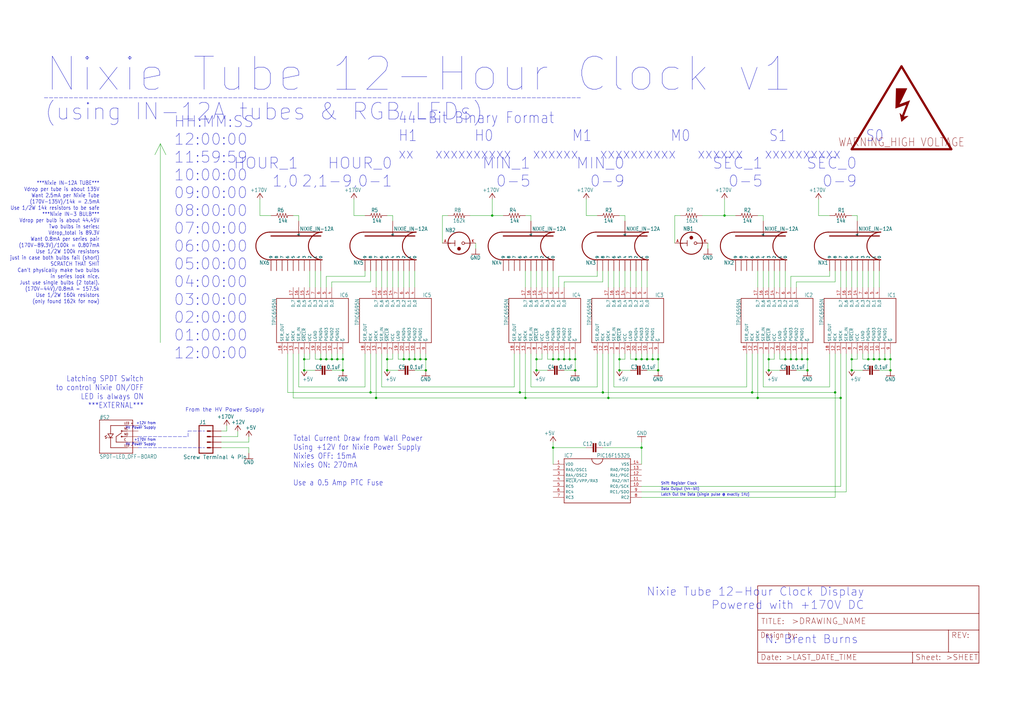
<source format=kicad_sch>
(kicad_sch (version 20211123) (generator eeschema)
  (paper "User" 470.306 325.882)
  (lib_symbols
    (symbol "Nixie_v1-eagle-import:+12V" (power)
      (property "Value" "+12V" (at 7.62 2.54 0))
      (symbol "+12V_1_0"
        (pin power_in line (at 0 -2.54 90) (length 2.54) (name "+12V") (number "1"))
      )
    )
    (symbol "Nixie_v1-eagle-import:+170V" (power)
      (property "Value" "+170V" (at 7.62 2.54 0))
      (symbol "+170V_1_0"
        (pin power_in line (at 0 -2.54 90) (length 2.54) (name "+170V") (number "1"))
      )
    )
    (symbol "Nixie_v1-eagle-import:+5V" (power)
      (property "Value" "+5V" (at 7.62 2.54 0))
      (symbol "+5V_1_0"
        (pin power_in line (at 0 -2.54 90) (length 2.54) (name "+5V") (number "1"))
      )
    )
    (symbol "Nixie_v1-eagle-import:C2.5{slash}2"
      (property "Reference" "C" (at 1.524 0.381 0))
      (property "Value" "C2.5{slash}2" (at 1.524 -4.699 0))
      (symbol "C2.5{slash}2_1_0"
        (pin passive line (at 0 2.54 270) (length 2.54) (name "1") (number "1"))
        (pin passive line (at 0 -5.08 90) (length 2.54) (name "2") (number "2"))
      )
    )
    (symbol "Nixie_v1-eagle-import:CONNECTOR_4PIN"
      (property "Reference" "J" (at -5.08 8.128 0))
      (property "Value" "CONNECTOR_4PIN" (at -5.08 -7.366 0))
      (symbol "CONNECTOR_4PIN_1_0"
        (pin passive line (at 5.08 -2.54 180) (length 5.08) (name "1") (number "1"))
        (pin passive line (at 5.08 0 180) (length 5.08) (name "2") (number "2"))
        (pin passive line (at 5.08 2.54 180) (length 5.08) (name "3") (number "3"))
        (pin passive line (at 5.08 5.08 180) (length 5.08) (name "4") (number "4"))
      )
    )
    (symbol "Nixie_v1-eagle-import:FRAME-LEDGER"
      (symbol "FRAME-LEDGER_2_0"
        (text ">DRAWING_NAME" (at 15.494 17.78 0) (effects (font (size 2.7432 2.7432)) (justify left bottom)))
        (text ">LAST_DATE_TIME" (at 12.7 1.27 0) (effects (font (size 2.54 2.54)) (justify left bottom)))
        (text ">SHEET" (at 86.36 1.27 0) (effects (font (size 2.54 2.54)) (justify left bottom)))
        (text "Date:" (at 1.27 1.27 0) (effects (font (size 2.54 2.54)) (justify left bottom)))
        (text "Design by:" (at 1.27 11.43 0) (effects (font (size 2.54 2.159)) (justify left bottom)))
        (text "REV:" (at 88.9 11.43 0) (effects (font (size 2.54 2.54)) (justify left bottom)))
        (text "Sheet:" (at 72.39 1.27 0) (effects (font (size 2.54 2.54)) (justify left bottom)))
        (text "TITLE:" (at 1.524 17.78 0) (effects (font (size 2.54 2.54)) (justify left bottom)))
      )
    )
    (symbol "Nixie_v1-eagle-import:GND" (power)
      (property "Value" "GND" (at -2.54 -2.54 0))
      (symbol "GND_1_0"
        (pin power_in line (at 0 2.54 270) (length 2.54) (name "GND") (number "1"))
      )
    )
    (symbol "Nixie_v1-eagle-import:IN-3"
      (property "Reference" "NB" (at 1.27 3.175 0))
      (symbol "IN-3_1_0"
        (pin bidirectional line (at -2.54 -2.54 0) (length 2.54) (name "A") (number "A"))
        (pin bidirectional line (at 12.7 -2.54 180) (length 2.54) (name "K") (number "K"))
      )
    )
    (symbol "Nixie_v1-eagle-import:NIXIE_IN-12ANO_HOLE"
      (property "Reference" "NX" (at 12.065 7.239 0))
      (property "Value" "NIXIE_IN-12ANO_HOLE" (at -14.732 5.588 0))
      (symbol "NIXIE_IN-12ANO_HOLE_1_0"
        (pin bidirectional line (at 10.16 -12.7 90) (length 5.08) (name "0") (number "0"))
        (pin bidirectional line (at 7.62 -12.7 90) (length 5.08) (name "1") (number "1"))
        (pin bidirectional line (at 5.08 -12.7 90) (length 5.08) (name "2") (number "2"))
        (pin bidirectional line (at 2.54 -12.7 90) (length 5.08) (name "3") (number "3"))
        (pin bidirectional line (at 0 -12.7 90) (length 5.08) (name "4") (number "4"))
        (pin bidirectional line (at -2.54 -12.7 90) (length 5.08) (name "5") (number "5"))
        (pin bidirectional line (at -5.08 -12.7 90) (length 5.08) (name "6") (number "6"))
        (pin bidirectional line (at -7.62 -12.7 90) (length 5.08) (name "7") (number "7"))
        (pin bidirectional line (at -10.16 -12.7 90) (length 5.08) (name "8") (number "8"))
        (pin bidirectional line (at -12.7 -12.7 90) (length 5.08) (name "9") (number "9"))
        (pin bidirectional line (at 0 10.16 270) (length 5.08) (name "A") (number "A"))
      )
    )
    (symbol "Nixie_v1-eagle-import:PIC16F15325"
      (property "Reference" "IC" (at -15.24 8.128 0))
      (property "Value" "PIC16F15325" (at 6.096 8.128 0))
      (symbol "PIC16F15325_1_0"
        (pin power_in line (at -20.32 5.08 0) (length 5.08) (name "VDD") (number "1"))
        (pin bidirectional line (at 20.32 -5.08 180) (length 5.08) (name "RC0/SCK") (number "10"))
        (pin bidirectional line (at 20.32 -2.54 180) (length 5.08) (name "RA2/INT") (number "11"))
        (pin bidirectional line (at 20.32 0 180) (length 5.08) (name "RA1/PGC") (number "12"))
        (pin bidirectional line (at 20.32 2.54 180) (length 5.08) (name "RA0/PGD") (number "13"))
        (pin power_in line (at 20.32 5.08 180) (length 5.08) (name "VSS") (number "14"))
        (pin bidirectional line (at -20.32 2.54 0) (length 5.08) (name "RA5/OSC1") (number "2"))
        (pin bidirectional line (at -20.32 0 0) (length 5.08) (name "RA4/OSC2") (number "3"))
        (pin bidirectional line (at -20.32 -2.54 0) (length 5.08) (name "~{MCLR}/VPP/RA3") (number "4"))
        (pin bidirectional line (at -20.32 -5.08 0) (length 5.08) (name "RC5") (number "5"))
        (pin bidirectional line (at -20.32 -7.62 0) (length 5.08) (name "RC4") (number "6"))
        (pin bidirectional line (at -20.32 -10.16 0) (length 5.08) (name "RC3") (number "7"))
        (pin bidirectional line (at 20.32 -10.16 180) (length 5.08) (name "RC2") (number "8"))
        (pin bidirectional line (at 20.32 -7.62 180) (length 5.08) (name "RC1/SDO") (number "9"))
      )
    )
    (symbol "Nixie_v1-eagle-import:R-US_0411{slash}12"
      (property "Reference" "R" (at -3.81 1.4986 0))
      (property "Value" "R-US_0411{slash}12" (at -3.81 -3.302 0))
      (symbol "R-US_0411{slash}12_1_0"
        (pin passive line (at -5.08 0 0) (length 2.54) (name "1") (number "1"))
        (pin passive line (at 5.08 0 180) (length 2.54) (name "2") (number "2"))
      )
    )
    (symbol "Nixie_v1-eagle-import:SHIFT_REG_TPIC6595N"
      (property "Reference" "IC" (at -10.16 -20.32 0))
      (property "Value" "SHIFT_REG_TPIC6595N" (at 2.54 -20.32 0))
      (symbol "SHIFT_REG_TPIC6595N_1_0"
        (pin power_in line (at -15.24 -12.7 0) (length 5.08) (name "PGND1") (number "1"))
        (pin power_in line (at -15.24 -10.16 0) (length 5.08) (name "PGND2") (number "10"))
        (pin power_in line (at -15.24 -7.62 0) (length 5.08) (name "PGND3") (number "11"))
        (pin bidirectional line (at -15.24 10.16 0) (length 5.08) (name "RCK") (number "12"))
        (pin bidirectional line (at -15.24 7.62 0) (length 5.08) (name "SRCK") (number "13"))
        (pin bidirectional line (at 15.24 0 180) (length 5.08) (name "D_4") (number "14"))
        (pin bidirectional line (at 15.24 2.54 180) (length 5.08) (name "D_5") (number "15"))
        (pin bidirectional line (at 15.24 5.08 180) (length 5.08) (name "D_6") (number "16"))
        (pin bidirectional line (at 15.24 7.62 180) (length 5.08) (name "D_7") (number "17"))
        (pin bidirectional line (at -15.24 12.7 0) (length 5.08) (name "SER_OUT") (number "18"))
        (pin power_in line (at -15.24 -2.54 0) (length 5.08) (name "LGND") (number "19"))
        (pin power_in line (at -15.24 0 0) (length 5.08) (name "VCC") (number "2"))
        (pin power_in line (at -15.24 -5.08 0) (length 5.08) (name "PGND4") (number "20"))
        (pin bidirectional line (at -15.24 5.08 0) (length 5.08) (name "SER_IN") (number "3"))
        (pin bidirectional line (at 15.24 -10.16 180) (length 5.08) (name "D_0") (number "4"))
        (pin bidirectional line (at 15.24 -7.62 180) (length 5.08) (name "D_1") (number "5"))
        (pin bidirectional line (at 15.24 -5.08 180) (length 5.08) (name "D_2") (number "6"))
        (pin bidirectional line (at 15.24 -2.54 180) (length 5.08) (name "D_3") (number "7"))
        (pin bidirectional line (at -15.24 2.54 0) (length 5.08) (name "~{SRCLR}") (number "8"))
        (pin bidirectional line (at -15.24 -15.24 0) (length 5.08) (name "~{G}") (number "9"))
      )
    )
    (symbol "Nixie_v1-eagle-import:SPDT-LED_OFF-BOARD"
      (property "Reference" "#SW" (at -7.62 10.414 0))
      (property "Value" "SPDT-LED_OFF-BOARD" (at -7.62 -7.62 0))
      (symbol "SPDT-LED_OFF-BOARD_1_0"
        (text "C" (at 3.556 0.508 0) (effects (font (size 1.016 0.8636)) (justify left bottom)))
        (text "LED +" (at 3.556 8.128 0) (effects (font (size 1.016 0.8636)) (justify left bottom)))
        (text "LED -" (at 3.556 -2.032 0) (effects (font (size 1.016 0.8636)) (justify left bottom)))
        (text "NC" (at 3.556 5.588 0) (effects (font (size 1.016 0.8636)) (justify left bottom)))
        (text "NO" (at 3.556 3.048 0) (effects (font (size 1.016 0.8636)) (justify left bottom)))
        (pin bidirectional line (at 10.16 7.62 180) (length 5.08) (name "LED+") (number "1"))
        (pin bidirectional line (at 10.16 5.08 180) (length 5.08) (name "NC") (number "2"))
        (pin bidirectional line (at 10.16 2.54 180) (length 5.08) (name "NO") (number "3"))
        (pin bidirectional line (at 10.16 0 180) (length 5.08) (name "C") (number "4"))
        (pin bidirectional line (at 10.16 -2.54 180) (length 5.08) (name "LED-") (number "5"))
      )
    )
    (symbol "Nixie_v1-eagle-import:SYMBOL_HIGH_VOLTAGE"
      (symbol "SYMBOL_HIGH_VOLTAGE_1_0"
        (text "WARNING_HIGH VOLTAGE" (at 0 -11.684 0) (effects (font (size 3.81 3.2385)) (justify bottom)))
      )
    )
  )
  (junction (at 276.86 180.34))
  (junction (at 386.08 182.88))
  (junction (at 157.48 165.1))
  (junction (at 170.18 180.34))
  (junction (at 241.3 182.88))
  (junction (at 345.44 180.34))
  (junction (at 363.22 165.1))
  (junction (at 190.5 165.1))
  (junction (at 292.1 165.1))
  (junction (at 294.64 205.74))
  (junction (at 284.48 170.18))
  (junction (at 185.42 165.1))
  (junction (at 172.72 182.88))
  (junction (at 398.78 165.1))
  (junction (at 193.04 165.1))
  (junction (at 152.4 165.1))
  (junction (at 195.58 170.18))
  (junction (at 226.06 99.06))
  (junction (at 370.84 170.18))
  (junction (at 264.16 170.18))
  (junction (at 147.32 165.1))
  (junction (at 264.16 165.1))
  (junction (at 279.4 182.88))
  (junction (at 294.64 165.1))
  (junction (at 302.26 165.1))
  (junction (at 365.76 165.1))
  (junction (at 408.94 170.18))
  (junction (at 347.98 182.88))
  (junction (at 368.3 165.1))
  (junction (at 157.48 170.18))
  (junction (at 370.84 165.1))
  (junction (at 297.18 165.1))
  (junction (at 187.96 165.1))
  (junction (at 353.06 170.18))
  (junction (at 139.7 170.18))
  (junction (at 353.06 165.1))
  (junction (at 391.16 165.1))
  (junction (at 149.86 165.1))
  (junction (at 195.58 165.1))
  (junction (at 238.76 180.34))
  (junction (at 403.86 165.1))
  (junction (at 139.7 165.1))
  (junction (at 256.54 165.1))
  (junction (at 261.62 165.1))
  (junction (at 401.32 165.1))
  (junction (at 332.74 99.06))
  (junction (at 246.38 165.1))
  (junction (at 154.94 165.1))
  (junction (at 254 165.1))
  (junction (at 246.38 170.18))
  (junction (at 302.26 170.18))
  (junction (at 360.68 165.1))
  (junction (at 408.94 165.1))
  (junction (at 177.8 165.1))
  (junction (at 259.08 165.1))
  (junction (at 299.72 165.1))
  (junction (at 406.4 165.1))
  (junction (at 284.48 165.1))
  (junction (at 383.54 180.34))
  (junction (at 391.16 170.18))
  (junction (at 177.8 170.18))
  (junction (at 254 205.74))
  (wire (pts (xy 101.6 200.66) (xy 109.22 200.66)))
  (wire (pts (xy 391.16 132.08) (xy 391.16 124.46)))
  (wire (pts (xy 137.16 101.6) (xy 137.16 99.06)))
  (wire (pts (xy 398.78 165.1) (xy 401.32 165.1)))
  (wire (pts (xy 398.78 124.46) (xy 398.78 132.08)))
  (polyline (pts (xy 63.5 203.2) (xy 66.04 203.2)))
  (wire (pts (xy 274.32 177.8) (xy 274.32 162.56)))
  (wire (pts (xy 175.26 132.08) (xy 175.26 124.46)))
  (wire (pts (xy 370.84 170.18) (xy 370.84 165.1)))
  (wire (pts (xy 403.86 132.08) (xy 403.86 124.46)))
  (wire (pts (xy 297.18 165.1) (xy 299.72 165.1)))
  (wire (pts (xy 299.72 165.1) (xy 302.26 165.1)))
  (wire (pts (xy 170.18 129.54) (xy 170.18 124.46)))
  (polyline (pts (xy 20.32 44.958) (xy 266.7 44.958)))
  (wire (pts (xy 167.64 127) (xy 149.86 127)))
  (wire (pts (xy 261.62 165.1) (xy 264.16 165.1)))
  (wire (pts (xy 236.22 177.8) (xy 236.22 162.56)))
  (wire (pts (xy 360.68 165.1) (xy 363.22 165.1)))
  (wire (pts (xy 147.32 162.56) (xy 147.32 165.1)))
  (wire (pts (xy 396.24 165.1) (xy 398.78 165.1)))
  (wire (pts (xy 279.4 124.46) (xy 279.4 132.08)))
  (wire (pts (xy 403.86 162.56) (xy 403.86 165.1)))
  (wire (pts (xy 167.64 177.8) (xy 167.64 162.56)))
  (wire (pts (xy 294.64 162.56) (xy 294.64 165.1)))
  (wire (pts (xy 279.4 182.88) (xy 241.3 182.88)))
  (wire (pts (xy 139.7 162.56) (xy 139.7 165.1)))
  (wire (pts (xy 172.72 162.56) (xy 172.72 182.88)))
  (wire (pts (xy 287.02 101.6) (xy 287.02 99.06)))
  (wire (pts (xy 284.48 124.46) (xy 284.48 132.08)))
  (wire (pts (xy 254 165.1) (xy 256.54 165.1)))
  (wire (pts (xy 177.8 162.56) (xy 177.8 165.1)))
  (wire (pts (xy 403.86 165.1) (xy 406.4 165.1)))
  (wire (pts (xy 238.76 180.34) (xy 276.86 180.34)))
  (wire (pts (xy 406.4 165.1) (xy 408.94 165.1)))
  (wire (pts (xy 251.46 170.18) (xy 246.38 170.18)))
  (wire (pts (xy 345.44 162.56) (xy 345.44 180.34)))
  (wire (pts (xy 259.08 132.08) (xy 259.08 129.54)))
  (wire (pts (xy 403.86 170.18) (xy 408.94 170.18)))
  (wire (pts (xy 294.64 228.6) (xy 383.54 228.6)))
  (wire (pts (xy 190.5 162.56) (xy 190.5 165.1)))
  (wire (pts (xy 363.22 165.1) (xy 365.76 165.1)))
  (wire (pts (xy 251.46 165.1) (xy 254 165.1)))
  (wire (pts (xy 264.16 170.18) (xy 264.16 165.1)))
  (wire (pts (xy 109.22 200.66) (xy 109.22 198.12)))
  (wire (pts (xy 368.3 165.1) (xy 368.3 162.56)))
  (wire (pts (xy 243.84 132.08) (xy 243.84 124.46)))
  (wire (pts (xy 205.74 99.06) (xy 203.2 99.06)))
  (wire (pts (xy 167.64 99.06) (xy 162.56 99.06)))
  (wire (pts (xy 274.32 124.46) (xy 274.32 127)))
  (wire (pts (xy 289.56 165.1) (xy 292.1 165.1)))
  (wire (pts (xy 180.34 132.08) (xy 180.34 124.46)))
  (wire (pts (xy 254 162.56) (xy 254 165.1)))
  (wire (pts (xy 139.7 165.1) (xy 142.24 165.1)))
  (wire (pts (xy 144.78 162.56) (xy 144.78 165.1)))
  (wire (pts (xy 347.98 132.08) (xy 347.98 124.46)))
  (wire (pts (xy 175.26 162.56) (xy 175.26 177.8)))
  (wire (pts (xy 358.14 170.18) (xy 353.06 170.18)))
  (wire (pts (xy 337.82 99.06) (xy 332.74 99.06)))
  (wire (pts (xy 137.16 99.06) (xy 134.62 99.06)))
  (wire (pts (xy 256.54 127) (xy 256.54 132.08)))
  (wire (pts (xy 203.2 99.06) (xy 203.2 111.76)))
  (wire (pts (xy 386.08 182.88) (xy 347.98 182.88)))
  (wire (pts (xy 381 177.8) (xy 381 162.56)))
  (wire (pts (xy 152.4 129.54) (xy 170.18 129.54)))
  (wire (pts (xy 292.1 162.56) (xy 292.1 165.1)))
  (wire (pts (xy 104.14 198.12) (xy 104.14 195.58)))
  (wire (pts (xy 353.06 132.08) (xy 353.06 124.46)))
  (wire (pts (xy 347.98 182.88) (xy 347.98 162.56)))
  (wire (pts (xy 284.48 162.56) (xy 284.48 165.1)))
  (wire (pts (xy 274.32 99.06) (xy 269.24 99.06)))
  (wire (pts (xy 190.5 165.1) (xy 193.04 165.1)))
  (wire (pts (xy 358.14 124.46) (xy 358.14 132.08)))
  (wire (pts (xy 256.54 165.1) (xy 259.08 165.1)))
  (wire (pts (xy 248.92 162.56) (xy 248.92 165.1)))
  (wire (pts (xy 388.62 124.46) (xy 388.62 132.08)))
  (wire (pts (xy 401.32 132.08) (xy 401.32 124.46)))
  (wire (pts (xy 350.52 177.8) (xy 381 177.8)))
  (wire (pts (xy 167.64 124.46) (xy 167.64 127)))
  (wire (pts (xy 365.76 170.18) (xy 370.84 170.18)))
  (wire (pts (xy 401.32 162.56) (xy 401.32 165.1)))
  (wire (pts (xy 294.64 165.1) (xy 297.18 165.1)))
  (wire (pts (xy 353.06 165.1) (xy 355.6 165.1)))
  (wire (pts (xy 144.78 165.1) (xy 147.32 165.1)))
  (wire (pts (xy 162.56 99.06) (xy 162.56 91.44)))
  (wire (pts (xy 254 205.74) (xy 269.24 205.74)))
  (wire (pts (xy 294.64 226.06) (xy 388.62 226.06)))
  (wire (pts (xy 281.94 162.56) (xy 281.94 177.8)))
  (wire (pts (xy 363.22 162.56) (xy 363.22 165.1)))
  (wire (pts (xy 259.08 165.1) (xy 261.62 165.1)))
  (wire (pts (xy 287.02 132.08) (xy 287.02 124.46)))
  (wire (pts (xy 276.86 180.34) (xy 345.44 180.34)))
  (wire (pts (xy 347.98 182.88) (xy 279.4 182.88)))
  (wire (pts (xy 393.7 162.56) (xy 393.7 165.1)))
  (wire (pts (xy 396.24 170.18) (xy 391.16 170.18)))
  (wire (pts (xy 281.94 132.08) (xy 281.94 124.46)))
  (wire (pts (xy 353.06 162.56) (xy 353.06 165.1)))
  (polyline (pts (xy 63.5 205.74) (xy 93.98 205.74)))
  (wire (pts (xy 279.4 162.56) (xy 279.4 182.88)))
  (wire (pts (xy 297.18 170.18) (xy 302.26 170.18)))
  (wire (pts (xy 294.64 213.36) (xy 294.64 205.74)))
  (wire (pts (xy 365.76 132.08) (xy 365.76 129.54)))
  (wire (pts (xy 261.62 162.56) (xy 261.62 165.1)))
  (wire (pts (xy 289.56 124.46) (xy 289.56 132.08)))
  (wire (pts (xy 396.24 132.08) (xy 396.24 124.46)))
  (wire (pts (xy 365.76 162.56) (xy 365.76 165.1)))
  (wire (pts (xy 182.88 124.46) (xy 182.88 132.08)))
  (wire (pts (xy 142.24 132.08) (xy 142.24 124.46)))
  (wire (pts (xy 350.52 101.6) (xy 350.52 99.06)))
  (wire (pts (xy 393.7 99.06) (xy 391.16 99.06)))
  (wire (pts (xy 73.66 66.04) (xy 71.12 71.12)))
  (wire (pts (xy 294.64 124.46) (xy 294.64 132.08)))
  (wire (pts (xy 350.52 99.06) (xy 347.98 99.06)))
  (wire (pts (xy 246.38 124.46) (xy 246.38 132.08)))
  (wire (pts (xy 177.8 165.1) (xy 180.34 165.1)))
  (wire (pts (xy 358.14 162.56) (xy 358.14 165.1)))
  (wire (pts (xy 180.34 99.06) (xy 177.8 99.06)))
  (wire (pts (xy 182.88 165.1) (xy 185.42 165.1)))
  (wire (pts (xy 246.38 162.56) (xy 246.38 165.1)))
  (wire (pts (xy 215.9 99.06) (xy 226.06 99.06)))
  (wire (pts (xy 363.22 132.08) (xy 363.22 127)))
  (wire (pts (xy 256.54 162.56) (xy 256.54 165.1)))
  (wire (pts (xy 358.14 165.1) (xy 360.68 165.1)))
  (wire (pts (xy 393.7 101.6) (xy 393.7 99.06)))
  (wire (pts (xy 391.16 170.18) (xy 391.16 165.1)))
  (wire (pts (xy 187.96 124.46) (xy 187.96 132.08)))
  (wire (pts (xy 114.3 203.2) (xy 114.3 200.66)))
  (wire (pts (xy 375.92 99.06) (xy 375.92 91.44)))
  (wire (pts (xy 157.48 170.18) (xy 157.48 165.1)))
  (wire (pts (xy 243.84 177.8) (xy 274.32 177.8)))
  (wire (pts (xy 238.76 162.56) (xy 238.76 180.34)))
  (wire (pts (xy 276.86 205.74) (xy 294.64 205.74)))
  (wire (pts (xy 383.54 180.34) (xy 383.54 162.56)))
  (wire (pts (xy 408.94 170.18) (xy 408.94 165.1)))
  (wire (pts (xy 180.34 101.6) (xy 180.34 99.06)))
  (wire (pts (xy 393.7 124.46) (xy 393.7 132.08)))
  (wire (pts (xy 185.42 132.08) (xy 185.42 124.46)))
  (wire (pts (xy 365.76 129.54) (xy 383.54 129.54)))
  (wire (pts (xy 246.38 165.1) (xy 248.92 165.1)))
  (wire (pts (xy 408.94 165.1) (xy 408.94 162.56)))
  (wire (pts (xy 144.78 124.46) (xy 144.78 132.08)))
  (wire (pts (xy 386.08 162.56) (xy 386.08 182.88)))
  (wire (pts (xy 299.72 162.56) (xy 299.72 165.1)))
  (wire (pts (xy 152.4 170.18) (xy 157.48 170.18)))
  (wire (pts (xy 322.58 99.06) (xy 332.74 99.06)))
  (wire (pts (xy 386.08 182.88) (xy 386.08 223.52)))
  (wire (pts (xy 185.42 165.1) (xy 187.96 165.1)))
  (wire (pts (xy 195.58 170.18) (xy 195.58 165.1)))
  (wire (pts (xy 289.56 170.18) (xy 284.48 170.18)))
  (wire (pts (xy 401.32 165.1) (xy 403.86 165.1)))
  (wire (pts (xy 259.08 129.54) (xy 276.86 129.54)))
  (wire (pts (xy 276.86 162.56) (xy 276.86 180.34)))
  (wire (pts (xy 292.1 132.08) (xy 292.1 124.46)))
  (wire (pts (xy 101.6 198.12) (xy 104.14 198.12)))
  (wire (pts (xy 241.3 162.56) (xy 241.3 182.88)))
  (wire (pts (xy 144.78 170.18) (xy 139.7 170.18)))
  (wire (pts (xy 355.6 132.08) (xy 355.6 124.46)))
  (wire (pts (xy 231.14 99.06) (xy 226.06 99.06)))
  (wire (pts (xy 284.48 165.1) (xy 287.02 165.1)))
  (wire (pts (xy 406.4 165.1) (xy 406.4 162.56)))
  (wire (pts (xy 368.3 165.1) (xy 370.84 165.1)))
  (wire (pts (xy 345.44 180.34) (xy 383.54 180.34)))
  (wire (pts (xy 281.94 177.8) (xy 342.9 177.8)))
  (wire (pts (xy 254 132.08) (xy 254 124.46)))
  (wire (pts (xy 134.62 182.88) (xy 134.62 162.56)))
  (wire (pts (xy 292.1 165.1) (xy 294.64 165.1)))
  (wire (pts (xy 73.66 157.48) (xy 73.66 66.04)))
  (wire (pts (xy 147.32 132.08) (xy 147.32 124.46)))
  (wire (pts (xy 284.48 165.1) (xy 284.48 170.18)))
  (wire (pts (xy 388.62 226.06) (xy 388.62 162.56)))
  (wire (pts (xy 254 203.2) (xy 254 205.74)))
  (wire (pts (xy 251.46 162.56) (xy 251.46 165.1)))
  (wire (pts (xy 363.22 127) (xy 381 127)))
  (wire (pts (xy 180.34 162.56) (xy 180.34 165.1)))
  (wire (pts (xy 360.68 132.08) (xy 360.68 124.46)))
  (wire (pts (xy 294.64 223.52) (xy 386.08 223.52)))
  (wire (pts (xy 101.6 205.74) (xy 114.3 205.74)))
  (wire (pts (xy 152.4 132.08) (xy 152.4 129.54)))
  (wire (pts (xy 297.18 162.56) (xy 297.18 165.1)))
  (wire (pts (xy 149.86 165.1) (xy 152.4 165.1)))
  (wire (pts (xy 251.46 124.46) (xy 251.46 132.08)))
  (wire (pts (xy 287.02 162.56) (xy 287.02 165.1)))
  (wire (pts (xy 147.32 165.1) (xy 149.86 165.1)))
  (wire (pts (xy 254 213.36) (xy 254 205.74)))
  (wire (pts (xy 398.78 162.56) (xy 398.78 165.1)))
  (polyline (pts (xy 86.36 198.12) (xy 93.98 198.12)))
  (wire (pts (xy 152.4 165.1) (xy 154.94 165.1)))
  (wire (pts (xy 154.94 165.1) (xy 157.48 165.1)))
  (wire (pts (xy 276.86 129.54) (xy 276.86 124.46)))
  (wire (pts (xy 297.18 132.08) (xy 297.18 124.46)))
  (wire (pts (xy 350.52 132.08) (xy 350.52 124.46)))
  (wire (pts (xy 182.88 170.18) (xy 177.8 170.18)))
  (wire (pts (xy 383.54 129.54) (xy 383.54 124.46)))
  (wire (pts (xy 381 127) (xy 381 124.46)))
  (wire (pts (xy 187.96 165.1) (xy 190.5 165.1)))
  (wire (pts (xy 139.7 165.1) (xy 139.7 170.18)))
  (wire (pts (xy 294.64 205.74) (xy 294.64 203.2)))
  (wire (pts (xy 342.9 177.8) (xy 342.9 162.56)))
  (wire (pts (xy 142.24 162.56) (xy 142.24 165.1)))
  (wire (pts (xy 274.32 127) (xy 256.54 127)))
  (wire (pts (xy 386.08 132.08) (xy 386.08 124.46)))
  (wire (pts (xy 170.18 180.34) (xy 238.76 180.34)))
  (wire (pts (xy 289.56 162.56) (xy 289.56 165.1)))
  (wire (pts (xy 149.86 127) (xy 149.86 132.08)))
  (wire (pts (xy 287.02 99.06) (xy 284.48 99.06)))
  (wire (pts (xy 175.26 177.8) (xy 236.22 177.8)))
  (wire (pts (xy 269.24 91.44) (xy 269.24 99.06)))
  (wire (pts (xy 309.88 99.06) (xy 309.88 111.76)))
  (wire (pts (xy 132.08 162.56) (xy 132.08 180.34)))
  (wire (pts (xy 101.6 203.2) (xy 114.3 203.2)))
  (wire (pts (xy 325.12 111.76) (xy 325.12 114.3)))
  (polyline (pts (xy 63.5 200.66) (xy 86.36 200.66)))
  (wire (pts (xy 132.08 180.34) (xy 170.18 180.34)))
  (wire (pts (xy 149.86 162.56) (xy 149.86 165.1)))
  (wire (pts (xy 259.08 162.56) (xy 259.08 165.1)))
  (wire (pts (xy 193.04 165.1) (xy 195.58 165.1)))
  (wire (pts (xy 396.24 162.56) (xy 396.24 165.1)))
  (polyline (pts (xy 86.36 200.66) (xy 86.36 198.12)))
  (wire (pts (xy 73.66 66.04) (xy 76.2 71.12)))
  (wire (pts (xy 355.6 162.56) (xy 355.6 165.1)))
  (wire (pts (xy 172.72 124.46) (xy 172.72 132.08)))
  (wire (pts (xy 246.38 165.1) (xy 246.38 170.18)))
  (wire (pts (xy 154.94 162.56) (xy 154.94 165.1)))
  (wire (pts (xy 350.52 162.56) (xy 350.52 177.8)))
  (wire (pts (xy 119.38 91.44) (xy 119.38 99.06)))
  (wire (pts (xy 264.16 165.1) (xy 264.16 162.56)))
  (wire (pts (xy 302.26 162.56) (xy 302.26 165.1)))
  (wire (pts (xy 381 99.06) (xy 375.92 99.06)))
  (wire (pts (xy 137.16 177.8) (xy 167.64 177.8)))
  (wire (pts (xy 353.06 165.1) (xy 353.06 170.18)))
  (wire (pts (xy 332.74 91.44) (xy 332.74 99.06)))
  (wire (pts (xy 312.42 99.06) (xy 309.88 99.06)))
  (wire (pts (xy 195.58 165.1) (xy 195.58 162.56)))
  (wire (pts (xy 243.84 101.6) (xy 243.84 99.06)))
  (wire (pts (xy 241.3 124.46) (xy 241.3 132.08)))
  (wire (pts (xy 391.16 165.1) (xy 393.7 165.1)))
  (wire (pts (xy 218.44 111.76) (xy 218.44 114.3)))
  (wire (pts (xy 259.08 170.18) (xy 264.16 170.18)))
  (wire (pts (xy 177.8 124.46) (xy 177.8 132.08)))
  (wire (pts (xy 114.3 205.74) (xy 114.3 208.28)))
  (wire (pts (xy 152.4 162.56) (xy 152.4 165.1)))
  (wire (pts (xy 190.5 132.08) (xy 190.5 124.46)))
  (wire (pts (xy 365.76 165.1) (xy 368.3 165.1)))
  (wire (pts (xy 243.84 99.06) (xy 241.3 99.06)))
  (wire (pts (xy 241.3 182.88) (xy 172.72 182.88)))
  (wire (pts (xy 226.06 91.44) (xy 226.06 99.06)))
  (wire (pts (xy 137.16 162.56) (xy 137.16 177.8)))
  (polyline (pts (xy 63.5 195.58) (xy 66.04 195.58)))
  (wire (pts (xy 172.72 182.88) (xy 134.62 182.88)))
  (wire (pts (xy 182.88 162.56) (xy 182.88 165.1)))
  (wire (pts (xy 360.68 162.56) (xy 360.68 165.1)))
  (wire (pts (xy 177.8 165.1) (xy 177.8 170.18)))
  (wire (pts (xy 170.18 162.56) (xy 170.18 180.34)))
  (wire (pts (xy 157.48 162.56) (xy 157.48 165.1)))
  (wire (pts (xy 190.5 170.18) (xy 195.58 170.18)))
  (wire (pts (xy 248.92 132.08) (xy 248.92 124.46)))
  (wire (pts (xy 187.96 162.56) (xy 187.96 165.1)))
  (wire (pts (xy 124.46 99.06) (xy 119.38 99.06)))
  (wire (pts (xy 383.54 228.6) (xy 383.54 180.34)))
  (wire (pts (xy 302.26 170.18) (xy 302.26 165.1)))
  (wire (pts (xy 370.84 165.1) (xy 370.84 162.56)))
  (wire (pts (xy 185.42 162.56) (xy 185.42 165.1)))
  (wire (pts (xy 391.16 162.56) (xy 391.16 165.1)))
  (wire (pts (xy 243.84 162.56) (xy 243.84 177.8)))
  (wire (pts (xy 193.04 162.56) (xy 193.04 165.1)))
  (text "Data Output (44-bit)" (at 303.53 225.552 180) (effects (font (size 1.27 1.0795)) (justify left bottom)))
  (text "+12V from\nHV Power Supply" (at 71.628 197.358 180) (effects (font (size 1.27 1.0795)) (justify right bottom)))
  (text "Latch Out the Data (single pulse @ exactly 1Hz)" (at 303.53 228.092 180) (effects (font (size 1.27 1.0795)) (justify left bottom)))
  (text "Latching SPDT Switch\nto control Nixie ON/OFF\nLED is always ON\n***EXTERNAL***" (at 66.04 187.96 180) (effects (font (size 2.54 2.159)) (justify right bottom)))
  (text "MIN_1\n0-5" (at 243.84 86.36 180) (effects (font (size 5.08 5.08)) (justify right bottom)))
  (text "MIN_0\n0-9" (at 287.02 86.36 180) (effects (font (size 5.08 5.08)) (justify right bottom)))
  (text "Nixie Tube 12-Hour Clock Display\nPowered with +170V DC" (at 397.002 280.416 180) (effects (font (size 3.81 3.81)) (justify right bottom)))
  (text "Nixie Tube 12-Hour Clock v1" (at 20.32 43.18 180) (effects (font (size 15.24 15.24)) (justify left bottom)))
  (text "(using IN-12A tubes & RGB LEDs)" (at 20.32 55.88 180) (effects (font (size 7.62 7.62)) (justify left bottom)))
  (text "HOUR_0\n2,1-9,0-1" (at 180.34 86.36 180) (effects (font (size 5.08 5.08)) (justify right bottom)))
  (text "SEC_0\n0-9" (at 393.7 86.36 180) (effects (font (size 5.08 5.08)) (justify right bottom)))
  (text "Total Current Draw from Wall Power\nUsing +12V for Nixie Power Supply\nNixies OFF: 15mA\nNixies ON: 270mA\n\nUse a 0.5 Amp PTC Fuse" (at 134.62 223.52 180) (effects (font (size 2.54 2.159)) (justify left bottom)))
  (text "Shift Register Clock" (at 303.53 223.012 180) (effects (font (size 1.27 1.0795)) (justify left bottom)))
  (text "HH:MM:SS\n12:00:00\n11:59:59\n10:00:00\n09:00:00\n08:00:00\n07:00:00\n06:00:00\n05:00:00\n04:00:00\n03:00:00\n02:00:00\n01:00:00\n12:00:00" (at 79.756 165.354 180) (effects (font (size 5.08 5.08)) (justify left bottom)))
  (text "N. Brent Burns" (at 394.208 296.164 180) (effects (font (size 3.81 3.81)) (justify right bottom)))
  (text "SEC_1\n0-5" (at 350.52 86.36 180) (effects (font (size 5.08 5.08)) (justify right bottom)))
  (text "+170V from\nHV Power Supply" (at 71.628 204.978 180) (effects (font (size 1.27 1.0795)) (justify right bottom)))
  (text "From the HV Power Supply" (at 85.09 189.484 180) (effects (font (size 1.778 1.778)) (justify left bottom)))
  (text "***Nixie IN-12A TUBE***\nVdrop per tube is about 135V\nWant 2.5mA per Nixie Tube\n(170V-135V)/14k = 2.5mA\nUse 1/2W 14k resistors to be safe\n***Nixie IN-3 BULB***\nVdrop per bulb is about 44.45V\nTwo bulbs in series:\nVdrop_total is 89.3V\nWant 0.8mA per series pair\n(170V-89.3V)/100k = 0.807mA\nUse 1/2W 100k resistors\njust in case both bulbs fail (short)\nSCRATCH THAT SHIT\nCan't physically make two bulbs\nin series look nice.\nJust use single bulbs (2 total).\n(170V-44V)/0.8mA = 157.5k\nUse 1/2W 160k resistors\n(only found 162k for now)" (at 45.72 139.7 180) (effects (font (size 1.778 1.5113)) (justify right bottom)))
  (text "44-Bit Binary Format\nH1        H0           M1           M0           S1           S0\nxx   xxxxxxxxxx   xxxxxx   xxxxxxxxxx   xxxxxx   xxxxxxxxxx" (at 182.88 73.66 180) (effects (font (size 5.08 4.318)) (justify left bottom)))
  (text "HOUR_1\n1,0" (at 137.16 86.36 180) (effects (font (size 5.08 5.08)) (justify right bottom)))
  (symbol (lib_id "Nixie_v1-eagle-import:C2.5{slash}2") (at 401.32 170.18 270) (unit 1)
    (property "Reference" "C1" (at 396.367 169.672 90) (effects (font (size 1.778 1.5113)) (justify left bottom)))
    (property "Value" "0.1uF" (at 401.447 169.672 90) (effects (font (size 1.778 1.5113)) (justify left bottom)))
    (property "Footprint" "Nixie_v1:C2.5-2" (effects hide))
  )
  (symbol (lib_id "Nixie_v1-eagle-import:SHIFT_REG_TPIC6595N") (at 393.7 147.32 90) (unit 1)
    (property "Reference" "IC1" (at 411.48 134.62 90) (effects (font (size 1.778 1.5113)) (justify left bottom)))
    (property "Value" "TPIC6595N" (at 376.428 137.16 0) (effects (font (size 1.778 1.5113)) (justify right top)))
    (property "Footprint" "Nixie_v1:DIP20" (effects hide))
  )
  (symbol (lib_id "Nixie_v1-eagle-import:NIXIE_IN-12ANO_HOLE") (at 243.84 111.76 0) (unit 1)
    (property "Reference" "NX4" (at 230.505 119.761 0) (effects (font (size 1.778 1.5113)) (justify right top)))
    (property "Value" "NIXIE_IN-12A" (at 244.348 106.172 0) (effects (font (size 1.778 1.5113)) (justify left bottom)))
    (property "Footprint" "Nixie_v1:IN-12_NO_HOLE" (effects hide))
  )
  (symbol (lib_id "Nixie_v1-eagle-import:NIXIE_IN-12ANO_HOLE") (at 287.02 111.76 0) (unit 1)
    (property "Reference" "NX3" (at 273.685 119.761 0) (effects (font (size 1.778 1.5113)) (justify right top)))
    (property "Value" "NIXIE_IN-12A" (at 287.528 106.172 0) (effects (font (size 1.778 1.5113)) (justify left bottom)))
    (property "Footprint" "Nixie_v1:IN-12_NO_HOLE" (effects hide))
  )
  (symbol (lib_id "Nixie_v1-eagle-import:R-US_0411{slash}12") (at 172.72 99.06 0) (unit 1)
    (property "Reference" "R5" (at 170.434 97.5614 0) (effects (font (size 1.778 1.5113)) (justify left bottom)))
    (property "Value" "14k" (at 170.942 102.362 0) (effects (font (size 1.778 1.5113)) (justify left bottom)))
    (property "Footprint" "Nixie_v1:0411_12" (effects hide))
  )
  (symbol (lib_id "Nixie_v1-eagle-import:NIXIE_IN-12ANO_HOLE") (at 393.7 111.76 0) (unit 1)
    (property "Reference" "NX1" (at 380.365 119.761 0) (effects (font (size 1.778 1.5113)) (justify right top)))
    (property "Value" "NIXIE_IN-12A" (at 394.208 106.172 0) (effects (font (size 1.778 1.5113)) (justify left bottom)))
    (property "Footprint" "Nixie_v1:IN-12_NO_HOLE" (effects hide))
  )
  (symbol (lib_id "Nixie_v1-eagle-import:+5V") (at 284.48 172.72 180) (unit 1)
    (property "Reference" "#P+115" (effects hide))
    (property "Value" "+5V" (at 283.718 175.26 0) (effects (font (size 1.778 1.5113)) (justify right top)))
    (property "Footprint" "Nixie_v1:" (effects hide))
  )
  (symbol (lib_id "Nixie_v1-eagle-import:CONNECTOR_4PIN") (at 96.52 203.2 0) (unit 1)
    (property "Reference" "J1" (at 91.44 195.072 0) (effects (font (size 1.778 1.778)) (justify left bottom)))
    (property "Value" "Screw Terminal 4 Pin" (at 84.074 211.074 0) (effects (font (size 1.778 1.778)) (justify left bottom)))
    (property "Footprint" "Nixie_v1:SCREW_TERM_5MM_1X4" (effects hide))
  )
  (symbol (lib_id "Nixie_v1-eagle-import:FRAME-LEDGER") (at 347.98 304.8 0) (unit 2)
    (property "Reference" "#FRAME101" (effects hide))
    (property "Value" "FRAME-LEDGER" (effects hide))
    (property "Footprint" "Nixie_v1:" (effects hide))
  )
  (symbol (lib_id "Nixie_v1-eagle-import:+5V") (at 254 200.66 0) (unit 1)
    (property "Reference" "#P+113" (effects hide))
    (property "Value" "+5V" (at 254.762 198.12 0) (effects (font (size 1.778 1.5113)) (justify right top)))
    (property "Footprint" "Nixie_v1:" (effects hide))
  )
  (symbol (lib_id "Nixie_v1-eagle-import:+170V") (at 375.92 88.9 0) (unit 1)
    (property "Reference" "#P+119" (effects hide))
    (property "Value" "+170V" (at 379.222 86.36 0) (effects (font (size 1.778 1.5113)) (justify right top)))
    (property "Footprint" "Nixie_v1:" (effects hide))
  )
  (symbol (lib_id "Nixie_v1-eagle-import:SYMBOL_HIGH_VOLTAGE") (at 414.02 55.88 0) (unit 1)
    (property "Reference" "SYM101" (effects hide))
    (property "Value" "SYMBOL_HIGH_VOLTAGE" (effects hide))
    (property "Footprint" "Nixie_v1:SYMBOL_HIGH_VOLTAGE" (effects hide))
  )
  (symbol (lib_id "Nixie_v1-eagle-import:C2.5{slash}2") (at 294.64 170.18 270) (unit 1)
    (property "Reference" "C3" (at 289.687 169.672 90) (effects (font (size 1.778 1.5113)) (justify left bottom)))
    (property "Value" "0.1uF" (at 294.767 169.672 90) (effects (font (size 1.778 1.5113)) (justify left bottom)))
    (property "Footprint" "Nixie_v1:C2.5-2" (effects hide))
  )
  (symbol (lib_id "Nixie_v1-eagle-import:C2.5{slash}2") (at 187.96 170.18 270) (unit 1)
    (property "Reference" "C5" (at 183.007 169.672 90) (effects (font (size 1.778 1.5113)) (justify left bottom)))
    (property "Value" "0.1uF" (at 188.087 169.672 90) (effects (font (size 1.778 1.5113)) (justify left bottom)))
    (property "Footprint" "Nixie_v1:C2.5-2" (effects hide))
  )
  (symbol (lib_id "Nixie_v1-eagle-import:NIXIE_IN-12ANO_HOLE") (at 137.16 111.76 0) (unit 1)
    (property "Reference" "NX6" (at 123.825 119.761 0) (effects (font (size 1.778 1.5113)) (justify right top)))
    (property "Value" "NIXIE_IN-12A" (at 137.668 106.172 0) (effects (font (size 1.778 1.5113)) (justify left bottom)))
    (property "Footprint" "Nixie_v1:IN-12_NO_HOLE" (effects hide))
  )
  (symbol (lib_id "Nixie_v1-eagle-import:SHIFT_REG_TPIC6595N") (at 355.6 147.32 90) (unit 1)
    (property "Reference" "IC2" (at 373.38 134.62 90) (effects (font (size 1.778 1.5113)) (justify left bottom)))
    (property "Value" "TPIC6595N" (at 338.328 137.16 0) (effects (font (size 1.778 1.5113)) (justify right top)))
    (property "Footprint" "Nixie_v1:DIP20" (effects hide))
  )
  (symbol (lib_id "Nixie_v1-eagle-import:+12V") (at 109.22 195.58 0) (unit 1)
    (property "Reference" "#P+103" (effects hide))
    (property "Value" "+12V" (at 112.522 193.04 0) (effects (font (size 1.778 1.5113)) (justify right top)))
    (property "Footprint" "Nixie_v1:" (effects hide))
  )
  (symbol (lib_id "Nixie_v1-eagle-import:+5V") (at 246.38 172.72 180) (unit 1)
    (property "Reference" "#P+112" (effects hide))
    (property "Value" "+5V" (at 245.618 175.26 0) (effects (font (size 1.778 1.5113)) (justify right top)))
    (property "Footprint" "Nixie_v1:" (effects hide))
  )
  (symbol (lib_id "Nixie_v1-eagle-import:GND") (at 325.12 116.84 0) (unit 1)
    (property "Reference" "#GND114" (effects hide))
    (property "Value" "GND" (at 322.58 119.38 0) (effects (font (size 1.778 1.5113)) (justify left bottom)))
    (property "Footprint" "Nixie_v1:" (effects hide))
  )
  (symbol (lib_id "Nixie_v1-eagle-import:C2.5{slash}2") (at 256.54 170.18 270) (unit 1)
    (property "Reference" "C4" (at 251.587 169.672 90) (effects (font (size 1.778 1.5113)) (justify left bottom)))
    (property "Value" "0.1uF" (at 256.667 169.672 90) (effects (font (size 1.778 1.5113)) (justify left bottom)))
    (property "Footprint" "Nixie_v1:C2.5-2" (effects hide))
  )
  (symbol (lib_id "Nixie_v1-eagle-import:GND") (at 408.94 172.72 0) (unit 1)
    (property "Reference" "#GND116" (effects hide))
    (property "Value" "GND" (at 406.4 175.26 0) (effects (font (size 1.778 1.5113)) (justify left bottom)))
    (property "Footprint" "Nixie_v1:" (effects hide))
  )
  (symbol (lib_id "Nixie_v1-eagle-import:GND") (at 114.3 210.82 0) (unit 1)
    (property "Reference" "#GND101" (effects hide))
    (property "Value" "GND" (at 111.76 213.36 0) (effects (font (size 1.778 1.5113)) (justify left bottom)))
    (property "Footprint" "Nixie_v1:" (effects hide))
  )
  (symbol (lib_id "Nixie_v1-eagle-import:+170V") (at 226.06 88.9 0) (unit 1)
    (property "Reference" "#P+109" (effects hide))
    (property "Value" "+170V" (at 229.362 86.36 0) (effects (font (size 1.778 1.5113)) (justify right top)))
    (property "Footprint" "Nixie_v1:" (effects hide))
  )
  (symbol (lib_id "Nixie_v1-eagle-import:R-US_0411{slash}12") (at 279.4 99.06 0) (unit 1)
    (property "Reference" "R3" (at 277.876 97.5614 0) (effects (font (size 1.778 1.5113)) (justify left bottom)))
    (property "Value" "14k" (at 277.368 102.362 0) (effects (font (size 1.778 1.5113)) (justify left bottom)))
    (property "Footprint" "Nixie_v1:0411_12" (effects hide))
  )
  (symbol (lib_id "Nixie_v1-eagle-import:SPDT-LED_OFF-BOARD") (at 53.34 203.2 0) (unit 1)
    (property "Reference" "#S2" (at 45.72 192.786 0) (effects (font (size 1.778 1.5113)) (justify left bottom)))
    (property "Value" "SPDT-LED_OFF-BOARD" (at 45.72 210.82 0) (effects (font (size 1.778 1.5113)) (justify left bottom)))
    (property "Footprint" "Nixie_v1:" (effects hide))
  )
  (symbol (lib_id "Nixie_v1-eagle-import:GND") (at 195.58 172.72 0) (unit 1)
    (property "Reference" "#GND104" (effects hide))
    (property "Value" "GND" (at 193.04 175.26 0) (effects (font (size 1.778 1.5113)) (justify left bottom)))
    (property "Footprint" "Nixie_v1:" (effects hide))
  )
  (symbol (lib_id "Nixie_v1-eagle-import:+170V") (at 162.56 88.9 0) (unit 1)
    (property "Reference" "#P+107" (effects hide))
    (property "Value" "+170V" (at 165.862 86.36 0) (effects (font (size 1.778 1.5113)) (justify right top)))
    (property "Footprint" "Nixie_v1:" (effects hide))
  )
  (symbol (lib_id "Nixie_v1-eagle-import:+170V") (at 332.74 88.9 0) (unit 1)
    (property "Reference" "#P+117" (effects hide))
    (property "Value" "+170V" (at 336.042 86.36 0) (effects (font (size 1.778 1.5113)) (justify right top)))
    (property "Footprint" "Nixie_v1:" (effects hide))
  )
  (symbol (lib_id "Nixie_v1-eagle-import:+5V") (at 177.8 172.72 180) (unit 1)
    (property "Reference" "#P+108" (effects hide))
    (property "Value" "+5V" (at 177.038 175.26 0) (effects (font (size 1.778 1.5113)) (justify right top)))
    (property "Footprint" "Nixie_v1:" (effects hide))
  )
  (symbol (lib_id "Nixie_v1-eagle-import:R-US_0411{slash}12") (at 210.82 99.06 0) (unit 1)
    (property "Reference" "R8" (at 208.534 97.5614 0) (effects (font (size 1.778 1.5113)) (justify left bottom)))
    (property "Value" "162k" (at 208.026 102.362 0) (effects (font (size 1.778 1.5113)) (justify left bottom)))
    (property "Footprint" "Nixie_v1:0411_12" (effects hide))
  )
  (symbol (lib_id "Nixie_v1-eagle-import:+5V") (at 139.7 172.72 180) (unit 1)
    (property "Reference" "#P+106" (effects hide))
    (property "Value" "+5V" (at 138.938 175.26 0) (effects (font (size 1.778 1.5113)) (justify right top)))
    (property "Footprint" "Nixie_v1:" (effects hide))
  )
  (symbol (lib_id "Nixie_v1-eagle-import:GND") (at 218.44 116.84 0) (unit 1)
    (property "Reference" "#GND106" (effects hide))
    (property "Value" "GND" (at 215.9 119.38 0) (effects (font (size 1.778 1.5113)) (justify left bottom)))
    (property "Footprint" "Nixie_v1:" (effects hide))
  )
  (symbol (lib_id "Nixie_v1-eagle-import:SHIFT_REG_TPIC6595N") (at 287.02 147.32 90) (unit 1)
    (property "Reference" "IC3" (at 304.8 134.62 90) (effects (font (size 1.778 1.5113)) (justify left bottom)))
    (property "Value" "TPIC6595N" (at 269.748 137.16 0) (effects (font (size 1.778 1.5113)) (justify right top)))
    (property "Footprint" "Nixie_v1:DIP20" (effects hide))
  )
  (symbol (lib_id "Nixie_v1-eagle-import:PIC16F15325") (at 274.32 218.44 0) (unit 1)
    (property "Reference" "IC7" (at 259.08 210.312 0) (effects (font (size 1.778 1.5113)) (justify left bottom)))
    (property "Value" "PIC16F15325" (at 274.066 210.312 0) (effects (font (size 1.778 1.5113)) (justify left bottom)))
    (property "Footprint" "Nixie_v1:DIP14" (effects hide))
  )
  (symbol (lib_id "Nixie_v1-eagle-import:SHIFT_REG_TPIC6595N") (at 248.92 147.32 90) (unit 1)
    (property "Reference" "IC4" (at 266.7 134.62 90) (effects (font (size 1.778 1.5113)) (justify left bottom)))
    (property "Value" "TPIC6595N" (at 231.648 137.16 0) (effects (font (size 1.778 1.5113)) (justify right top)))
    (property "Footprint" "Nixie_v1:DIP20" (effects hide))
  )
  (symbol (lib_id "Nixie_v1-eagle-import:GND") (at 264.16 172.72 0) (unit 1)
    (property "Reference" "#GND110" (effects hide))
    (property "Value" "GND" (at 261.62 175.26 0) (effects (font (size 1.778 1.5113)) (justify left bottom)))
    (property "Footprint" "Nixie_v1:" (effects hide))
  )
  (symbol (lib_id "Nixie_v1-eagle-import:+5V") (at 353.06 172.72 180) (unit 1)
    (property "Reference" "#P+118" (effects hide))
    (property "Value" "+5V" (at 352.298 175.26 0) (effects (font (size 1.778 1.5113)) (justify right top)))
    (property "Footprint" "Nixie_v1:" (effects hide))
  )
  (symbol (lib_id "Nixie_v1-eagle-import:C2.5{slash}2") (at 271.78 205.74 90) (unit 1)
    (property "Reference" "C12" (at 267.589 204.978 90) (effects (font (size 1.778 1.5113)) (justify right top)))
    (property "Value" "0.1uF" (at 274.701 204.978 90) (effects (font (size 1.778 1.5113)) (justify right top)))
    (property "Footprint" "Nixie_v1:C2.5-2" (effects hide))
  )
  (symbol (lib_id "Nixie_v1-eagle-import:+170V") (at 119.38 88.9 0) (unit 1)
    (property "Reference" "#P+105" (effects hide))
    (property "Value" "+170V" (at 122.682 86.36 0) (effects (font (size 1.778 1.5113)) (justify right top)))
    (property "Footprint" "Nixie_v1:" (effects hide))
  )
  (symbol (lib_id "Nixie_v1-eagle-import:R-US_0411{slash}12") (at 342.9 99.06 0) (unit 1)
    (property "Reference" "R2" (at 341.63 97.5614 0) (effects (font (size 1.778 1.5113)) (justify left bottom)))
    (property "Value" "14k" (at 341.122 102.362 0) (effects (font (size 1.778 1.5113)) (justify left bottom)))
    (property "Footprint" "Nixie_v1:0411_12" (effects hide))
  )
  (symbol (lib_id "Nixie_v1-eagle-import:SHIFT_REG_TPIC6595N") (at 142.24 147.32 90) (unit 1)
    (property "Reference" "IC6" (at 160.02 134.62 90) (effects (font (size 1.778 1.5113)) (justify left bottom)))
    (property "Value" "TPIC6595N" (at 124.968 137.16 0) (effects (font (size 1.778 1.5113)) (justify right top)))
    (property "Footprint" "Nixie_v1:DIP20" (effects hide))
  )
  (symbol (lib_id "Nixie_v1-eagle-import:NIXIE_IN-12ANO_HOLE") (at 180.34 111.76 0) (unit 1)
    (property "Reference" "NX5" (at 167.005 119.761 0) (effects (font (size 1.778 1.5113)) (justify right top)))
    (property "Value" "NIXIE_IN-12A" (at 180.848 106.172 0) (effects (font (size 1.778 1.5113)) (justify left bottom)))
    (property "Footprint" "Nixie_v1:IN-12_NO_HOLE" (effects hide))
  )
  (symbol (lib_id "Nixie_v1-eagle-import:GND") (at 302.26 172.72 0) (unit 1)
    (property "Reference" "#GND113" (effects hide))
    (property "Value" "GND" (at 299.72 175.26 0) (effects (font (size 1.778 1.5113)) (justify left bottom)))
    (property "Footprint" "Nixie_v1:" (effects hide))
  )
  (symbol (lib_id "Nixie_v1-eagle-import:GND") (at 157.48 172.72 0) (unit 1)
    (property "Reference" "#GND102" (effects hide))
    (property "Value" "GND" (at 154.94 175.26 0) (effects (font (size 1.778 1.5113)) (justify left bottom)))
    (property "Footprint" "Nixie_v1:" (effects hide))
  )
  (symbol (lib_id "Nixie_v1-eagle-import:IN-3") (at 205.74 114.3 0) (mirror x) (unit 1)
    (property "Reference" "NB2" (at 204.47 104.775 0) (effects (font (size 1.778 1.5113)) (justify left bottom)))
    (property "Value" "IN-3" (effects hide))
    (property "Footprint" "Nixie_v1:IN-3" (effects hide))
  )
  (symbol (lib_id "Nixie_v1-eagle-import:+170V") (at 104.14 193.04 0) (unit 1)
    (property "Reference" "#P+102" (effects hide))
    (property "Value" "+170V" (at 107.442 190.5 0) (effects (font (size 1.778 1.5113)) (justify right top)))
    (property "Footprint" "Nixie_v1:" (effects hide))
  )
  (symbol (lib_id "Nixie_v1-eagle-import:GND") (at 370.84 172.72 0) (unit 1)
    (property "Reference" "#GND115" (effects hide))
    (property "Value" "GND" (at 368.3 175.26 0) (effects (font (size 1.778 1.5113)) (justify left bottom)))
    (property "Footprint" "Nixie_v1:" (effects hide))
  )
  (symbol (lib_id "Nixie_v1-eagle-import:IN-3") (at 312.42 109.22 0) (unit 1)
    (property "Reference" "NB1" (at 313.69 106.045 0) (effects (font (size 1.778 1.5113)) (justify left bottom)))
    (property "Value" "IN-3" (effects hide))
    (property "Footprint" "Nixie_v1:IN-3" (effects hide))
  )
  (symbol (lib_id "Nixie_v1-eagle-import:R-US_0411{slash}12") (at 236.22 99.06 0) (unit 1)
    (property "Reference" "R4" (at 233.934 97.5614 0) (effects (font (size 1.778 1.5113)) (justify left bottom)))
    (property "Value" "14k" (at 234.188 102.362 0) (effects (font (size 1.778 1.5113)) (justify left bottom)))
    (property "Footprint" "Nixie_v1:0411_12" (effects hide))
  )
  (symbol (lib_id "Nixie_v1-eagle-import:R-US_0411{slash}12") (at 386.08 99.06 0) (unit 1)
    (property "Reference" "R1" (at 384.81 97.5614 0) (effects (font (size 1.778 1.5113)) (justify left bottom)))
    (property "Value" "14k" (at 384.048 102.362 0) (effects (font (size 1.778 1.5113)) (justify left bottom)))
    (property "Footprint" "Nixie_v1:0411_12" (effects hide))
  )
  (symbol (lib_id "Nixie_v1-eagle-import:SHIFT_REG_TPIC6595N") (at 180.34 147.32 90) (unit 1)
    (property "Reference" "IC5" (at 198.12 134.62 90) (effects (font (size 1.778 1.5113)) (justify left bottom)))
    (property "Value" "TPIC6595N" (at 163.068 137.16 0) (effects (font (size 1.778 1.5113)) (justify right top)))
    (property "Footprint" "Nixie_v1:DIP20" (effects hide))
  )
  (symbol (lib_id "Nixie_v1-eagle-import:R-US_0411{slash}12") (at 129.54 99.06 0) (unit 1)
    (property "Reference" "R6" (at 127.254 97.5614 0) (effects (font (size 1.778 1.5113)) (justify left bottom)))
    (property "Value" "14k" (at 127.762 102.362 0) (effects (font (size 1.778 1.5113)) (justify left bottom)))
    (property "Footprint" "Nixie_v1:0411_12" (effects hide))
  )
  (symbol (lib_id "Nixie_v1-eagle-import:+170V") (at 269.24 88.9 0) (unit 1)
    (property "Reference" "#P+114" (effects hide))
    (property "Value" "+170V" (at 272.542 86.36 0) (effects (font (size 1.778 1.5113)) (justify right top)))
    (property "Footprint" "Nixie_v1:" (effects hide))
  )
  (symbol (lib_id "Nixie_v1-eagle-import:+5V") (at 114.3 198.12 0) (unit 1)
    (property "Reference" "#P+104" (effects hide))
    (property "Value" "+5V" (at 117.602 195.58 0) (effects (font (size 1.778 1.5113)) (justify right top)))
    (property "Footprint" "Nixie_v1:" (effects hide))
  )
  (symbol (lib_id "Nixie_v1-eagle-import:GND") (at 294.64 200.66 180) (unit 1)
    (property "Reference" "#GND112" (effects hide))
    (property "Value" "GND" (at 297.18 198.12 0) (effects (font (size 1.778 1.5113)) (justify left bottom)))
    (property "Footprint" "Nixie_v1:" (effects hide))
  )
  (symbol (lib_id "Nixie_v1-eagle-import:+5V") (at 391.16 172.72 180) (unit 1)
    (property "Reference" "#P+120" (effects hide))
    (property "Value" "+5V" (at 390.398 175.26 0) (effects (font (size 1.778 1.5113)) (justify right top)))
    (property "Footprint" "Nixie_v1:" (effects hide))
  )
  (symbol (lib_id "Nixie_v1-eagle-import:C2.5{slash}2") (at 149.86 170.18 270) (unit 1)
    (property "Reference" "C6" (at 144.907 169.672 90) (effects (font (size 1.778 1.5113)) (justify left bottom)))
    (property "Value" "0.1uF" (at 149.987 169.672 90) (effects (font (size 1.778 1.5113)) (justify left bottom)))
    (property "Footprint" "Nixie_v1:C2.5-2" (effects hide))
  )
  (symbol (lib_id "Nixie_v1-eagle-import:R-US_0411{slash}12") (at 317.5 99.06 0) (unit 1)
    (property "Reference" "R7" (at 315.214 97.5614 0) (effects (font (size 1.778 1.5113)) (justify left bottom)))
    (property "Value" "162k" (at 314.96 102.362 0) (effects (font (size 1.778 1.5113)) (justify left bottom)))
    (property "Footprint" "Nixie_v1:0411_12" (effects hide))
  )
  (symbol (lib_id "Nixie_v1-eagle-import:C2.5{slash}2") (at 363.22 170.18 270) (unit 1)
    (property "Reference" "C2" (at 358.267 169.672 90) (effects (font (size 1.778 1.5113)) (justify left bottom)))
    (property "Value" "0.1uF" (at 363.347 169.672 90) (effects (font (size 1.778 1.5113)) (justify left bottom)))
    (property "Footprint" "Nixie_v1:C2.5-2" (effects hide))
  )
  (symbol (lib_id "Nixie_v1-eagle-import:NIXIE_IN-12ANO_HOLE") (at 350.52 111.76 0) (unit 1)
    (property "Reference" "NX2" (at 337.185 119.761 0) (effects (font (size 1.778 1.5113)) (justify right top)))
    (property "Value" "NIXIE_IN-12A" (at 351.028 106.172 0) (effects (font (size 1.778 1.5113)) (justify left bottom)))
    (property "Footprint" "Nixie_v1:IN-12_NO_HOLE" (effects hide))
  )
)
</source>
